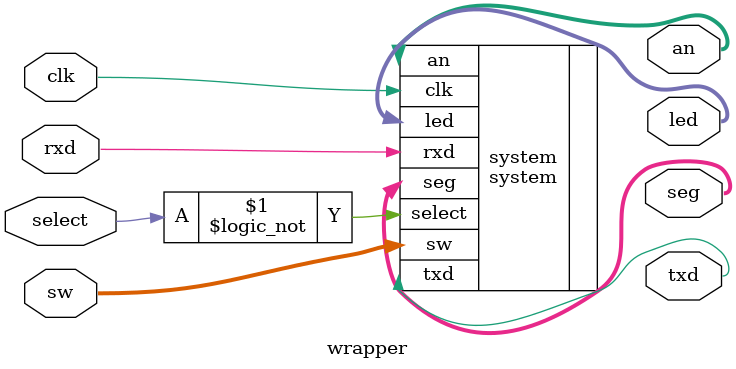
<source format=v>
module wrapper ( input clk, input[7:0] sw, output[7:0] led, input rxd, output txd,
                     output [6:0] seg, output [3:0] an, input select);

   system #(
    .CLKSPEED(50000000),
`ifdef cpu_opc7
    .CLKFX_MULTIPLY(2),
    .CLKFX_DIVIDE(1),
`endif            
    .BAUD(115200),
    .SEVEN_SEG_DUTY_CYCLE(7)
   ) system (
      .clk(clk),
      .sw(sw),
      .led(led),
      .rxd(rxd),
      .txd(txd),
      .seg(seg),
      .an(an),
      .select(!select)
    );

endmodule

</source>
